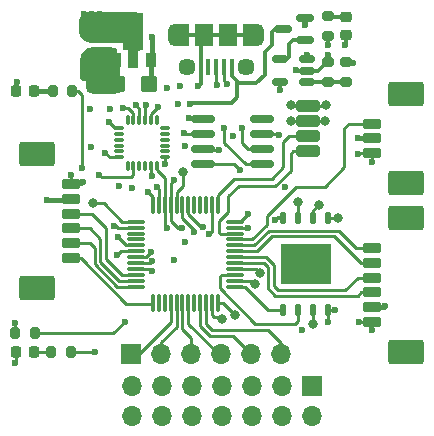
<source format=gbr>
%TF.GenerationSoftware,KiCad,Pcbnew,(6.0.0)*%
%TF.CreationDate,2022-05-23T22:47:49+07:00*%
%TF.ProjectId,MINI-FC,4d494e49-2d46-4432-9e6b-696361645f70,rev?*%
%TF.SameCoordinates,Original*%
%TF.FileFunction,Copper,L1,Top*%
%TF.FilePolarity,Positive*%
%FSLAX46Y46*%
G04 Gerber Fmt 4.6, Leading zero omitted, Abs format (unit mm)*
G04 Created by KiCad (PCBNEW (6.0.0)) date 2022-05-23 22:47:49*
%MOMM*%
%LPD*%
G01*
G04 APERTURE LIST*
G04 Aperture macros list*
%AMRoundRect*
0 Rectangle with rounded corners*
0 $1 Rounding radius*
0 $2 $3 $4 $5 $6 $7 $8 $9 X,Y pos of 4 corners*
0 Add a 4 corners polygon primitive as box body*
4,1,4,$2,$3,$4,$5,$6,$7,$8,$9,$2,$3,0*
0 Add four circle primitives for the rounded corners*
1,1,$1+$1,$2,$3*
1,1,$1+$1,$4,$5*
1,1,$1+$1,$6,$7*
1,1,$1+$1,$8,$9*
0 Add four rect primitives between the rounded corners*
20,1,$1+$1,$2,$3,$4,$5,0*
20,1,$1+$1,$4,$5,$6,$7,0*
20,1,$1+$1,$6,$7,$8,$9,0*
20,1,$1+$1,$8,$9,$2,$3,0*%
%AMFreePoly0*
4,1,9,3.862500,-0.866500,0.737500,-0.866500,0.737500,-0.450000,-0.737500,-0.450000,-0.737500,0.450000,0.737500,0.450000,0.737500,0.866500,3.862500,0.866500,3.862500,-0.866500,3.862500,-0.866500,$1*%
G04 Aperture macros list end*
%TA.AperFunction,SMDPad,CuDef*%
%ADD10RoundRect,0.150000X0.825000X0.150000X-0.825000X0.150000X-0.825000X-0.150000X0.825000X-0.150000X0*%
%TD*%
%TA.AperFunction,SMDPad,CuDef*%
%ADD11RoundRect,0.200000X0.275000X-0.200000X0.275000X0.200000X-0.275000X0.200000X-0.275000X-0.200000X0*%
%TD*%
%TA.AperFunction,SMDPad,CuDef*%
%ADD12RoundRect,0.200000X0.200000X0.275000X-0.200000X0.275000X-0.200000X-0.275000X0.200000X-0.275000X0*%
%TD*%
%TA.AperFunction,ComponentPad*%
%ADD13R,1.700000X1.700000*%
%TD*%
%TA.AperFunction,ComponentPad*%
%ADD14O,1.700000X1.700000*%
%TD*%
%TA.AperFunction,SMDPad,CuDef*%
%ADD15RoundRect,0.250000X0.450000X0.425000X-0.450000X0.425000X-0.450000X-0.425000X0.450000X-0.425000X0*%
%TD*%
%TA.AperFunction,SMDPad,CuDef*%
%ADD16RoundRect,0.200000X-0.275000X0.200000X-0.275000X-0.200000X0.275000X-0.200000X0.275000X0.200000X0*%
%TD*%
%TA.AperFunction,SMDPad,CuDef*%
%ADD17RoundRect,0.066000X0.154000X-0.404000X0.154000X0.404000X-0.154000X0.404000X-0.154000X-0.404000X0*%
%TD*%
%TA.AperFunction,SMDPad,CuDef*%
%ADD18R,4.300000X3.400000*%
%TD*%
%TA.AperFunction,SMDPad,CuDef*%
%ADD19RoundRect,0.075000X-0.662500X-0.075000X0.662500X-0.075000X0.662500X0.075000X-0.662500X0.075000X0*%
%TD*%
%TA.AperFunction,SMDPad,CuDef*%
%ADD20RoundRect,0.075000X-0.075000X-0.662500X0.075000X-0.662500X0.075000X0.662500X-0.075000X0.662500X0*%
%TD*%
%TA.AperFunction,SMDPad,CuDef*%
%ADD21RoundRect,0.250000X-0.750000X-0.250000X0.750000X-0.250000X0.750000X0.250000X-0.750000X0.250000X0*%
%TD*%
%TA.AperFunction,SMDPad,CuDef*%
%ADD22R,0.900000X1.300000*%
%TD*%
%TA.AperFunction,SMDPad,CuDef*%
%ADD23FreePoly0,90.000000*%
%TD*%
%TA.AperFunction,SMDPad,CuDef*%
%ADD24RoundRect,0.075000X0.350000X0.075000X-0.350000X0.075000X-0.350000X-0.075000X0.350000X-0.075000X0*%
%TD*%
%TA.AperFunction,SMDPad,CuDef*%
%ADD25RoundRect,0.075000X-0.075000X0.350000X-0.075000X-0.350000X0.075000X-0.350000X0.075000X0.350000X0*%
%TD*%
%TA.AperFunction,SMDPad,CuDef*%
%ADD26RoundRect,0.150000X0.587500X0.150000X-0.587500X0.150000X-0.587500X-0.150000X0.587500X-0.150000X0*%
%TD*%
%TA.AperFunction,SMDPad,CuDef*%
%ADD27RoundRect,0.200000X0.600000X-0.200000X0.600000X0.200000X-0.600000X0.200000X-0.600000X-0.200000X0*%
%TD*%
%TA.AperFunction,SMDPad,CuDef*%
%ADD28RoundRect,0.250001X1.249999X-0.799999X1.249999X0.799999X-1.249999X0.799999X-1.249999X-0.799999X0*%
%TD*%
%TA.AperFunction,SMDPad,CuDef*%
%ADD29RoundRect,0.218750X0.256250X-0.218750X0.256250X0.218750X-0.256250X0.218750X-0.256250X-0.218750X0*%
%TD*%
%TA.AperFunction,SMDPad,CuDef*%
%ADD30RoundRect,0.150000X0.512500X0.150000X-0.512500X0.150000X-0.512500X-0.150000X0.512500X-0.150000X0*%
%TD*%
%TA.AperFunction,SMDPad,CuDef*%
%ADD31RoundRect,0.218750X-0.218750X-0.256250X0.218750X-0.256250X0.218750X0.256250X-0.218750X0.256250X0*%
%TD*%
%TA.AperFunction,SMDPad,CuDef*%
%ADD32RoundRect,0.200000X-0.200000X-0.275000X0.200000X-0.275000X0.200000X0.275000X-0.200000X0.275000X0*%
%TD*%
%TA.AperFunction,SMDPad,CuDef*%
%ADD33RoundRect,0.200000X-0.600000X0.200000X-0.600000X-0.200000X0.600000X-0.200000X0.600000X0.200000X0*%
%TD*%
%TA.AperFunction,SMDPad,CuDef*%
%ADD34RoundRect,0.250001X-1.249999X0.799999X-1.249999X-0.799999X1.249999X-0.799999X1.249999X0.799999X0*%
%TD*%
%TA.AperFunction,SMDPad,CuDef*%
%ADD35RoundRect,0.250000X-0.425000X0.450000X-0.425000X-0.450000X0.425000X-0.450000X0.425000X0.450000X0*%
%TD*%
%TA.AperFunction,SMDPad,CuDef*%
%ADD36R,0.400000X1.350000*%
%TD*%
%TA.AperFunction,ComponentPad*%
%ADD37C,1.450000*%
%TD*%
%TA.AperFunction,SMDPad,CuDef*%
%ADD38R,1.500000X1.900000*%
%TD*%
%TA.AperFunction,SMDPad,CuDef*%
%ADD39R,1.200000X1.900000*%
%TD*%
%TA.AperFunction,ComponentPad*%
%ADD40O,1.200000X1.900000*%
%TD*%
%TA.AperFunction,ViaPad*%
%ADD41C,0.800000*%
%TD*%
%TA.AperFunction,ViaPad*%
%ADD42C,0.600000*%
%TD*%
%TA.AperFunction,Conductor*%
%ADD43C,0.250000*%
%TD*%
%TA.AperFunction,Conductor*%
%ADD44C,0.300000*%
%TD*%
%TA.AperFunction,Conductor*%
%ADD45C,0.400000*%
%TD*%
G04 APERTURE END LIST*
D10*
%TO.P,U4,1,UD+*%
%TO.N,Net-(R12-Pad2)*%
X121675000Y-73405000D03*
%TO.P,U4,2,UD-*%
%TO.N,Net-(R13-Pad1)*%
X121675000Y-72135000D03*
%TO.P,U4,3,GND*%
%TO.N,GND*%
X121675000Y-70865000D03*
%TO.P,U4,4,~{RTS}*%
%TO.N,unconnected-(U4-Pad4)*%
X121675000Y-69595000D03*
%TO.P,U4,5,VCC*%
%TO.N,VUSB*%
X116725000Y-69595000D03*
%TO.P,U4,6,TXD*%
%TO.N,Net-(R14-Pad1)*%
X116725000Y-70865000D03*
%TO.P,U4,7,RXD*%
%TO.N,Net-(R15-Pad2)*%
X116725000Y-72135000D03*
%TO.P,U4,8,V3*%
%TO.N,Net-(C15-Pad2)*%
X116725000Y-73405000D03*
%TD*%
D11*
%TO.P,R4,1*%
%TO.N,+3V3*%
X127300000Y-62525000D03*
%TO.P,R4,2*%
%TO.N,Net-(D1-Pad2)*%
X127300000Y-60875000D03*
%TD*%
D12*
%TO.P,R5,1*%
%TO.N,LED_PC13*%
X105600000Y-67200000D03*
%TO.P,R5,2*%
%TO.N,Net-(D2-Pad2)*%
X103950000Y-67200000D03*
%TD*%
D13*
%TO.P,PWR1,1,Pin_1*%
%TO.N,+5V*%
X125875000Y-92125000D03*
D14*
%TO.P,PWR1,2,Pin_2*%
%TO.N,GND*%
X125875000Y-94665000D03*
%TO.P,PWR1,3,Pin_3*%
%TO.N,+5V*%
X123335000Y-92125000D03*
%TO.P,PWR1,4,Pin_4*%
%TO.N,GND*%
X123335000Y-94665000D03*
%TO.P,PWR1,5,Pin_5*%
%TO.N,+5V*%
X120795000Y-92125000D03*
%TO.P,PWR1,6,Pin_6*%
%TO.N,GND*%
X120795000Y-94665000D03*
%TO.P,PWR1,7,Pin_7*%
%TO.N,+5V*%
X118255000Y-92125000D03*
%TO.P,PWR1,8,Pin_8*%
%TO.N,GND*%
X118255000Y-94665000D03*
%TO.P,PWR1,9,Pin_9*%
%TO.N,+5V*%
X115715000Y-92125000D03*
%TO.P,PWR1,10,Pin_10*%
%TO.N,GND*%
X115715000Y-94665000D03*
%TO.P,PWR1,11,Pin_11*%
%TO.N,+5V*%
X113175000Y-92125000D03*
%TO.P,PWR1,12,Pin_12*%
%TO.N,GND*%
X113175000Y-94665000D03*
%TO.P,PWR1,13,Pin_13*%
%TO.N,+5V*%
X110635000Y-92125000D03*
%TO.P,PWR1,14,Pin_14*%
%TO.N,GND*%
X110635000Y-94665000D03*
%TD*%
D15*
%TO.P,C16,1*%
%TO.N,+5V*%
X112100000Y-66600000D03*
%TO.P,C16,2*%
%TO.N,GND*%
X109400000Y-66600000D03*
%TD*%
D16*
%TO.P,R16,1*%
%TO.N,+5V*%
X128762500Y-64750000D03*
%TO.P,R16,2*%
%TO.N,Net-(R16-Pad2)*%
X128762500Y-66400000D03*
%TD*%
D17*
%TO.P,U2,1,~{CS}*%
%TO.N,SPI2_CS*%
X123495000Y-85695000D03*
%TO.P,U2,2,DO(IO1)*%
%TO.N,SPI2_MISO*%
X124765000Y-85695000D03*
%TO.P,U2,3,IO2*%
%TO.N,Net-(R8-Pad2)*%
X126035000Y-85695000D03*
%TO.P,U2,4,GND*%
%TO.N,GND*%
X127305000Y-85695000D03*
%TO.P,U2,5,DI(IO0)*%
%TO.N,SPI2_MOSI*%
X127305000Y-77905000D03*
%TO.P,U2,6,CLK*%
%TO.N,SPI2_SCK*%
X126035000Y-77905000D03*
%TO.P,U2,7,IO3*%
%TO.N,Net-(R7-Pad2)*%
X124765000Y-77905000D03*
%TO.P,U2,8,VCC*%
%TO.N,+3V3*%
X123495000Y-77905000D03*
D18*
%TO.P,U2,9,EXP*%
%TO.N,GND*%
X125400000Y-81800000D03*
%TD*%
D19*
%TO.P,U1,1,VBAT*%
%TO.N,+3V3*%
X111037500Y-78250000D03*
%TO.P,U1,2,PC13*%
%TO.N,LED_PC13*%
X111037500Y-78750000D03*
%TO.P,U1,3,PC14*%
%TO.N,unconnected-(U1-Pad3)*%
X111037500Y-79250000D03*
%TO.P,U1,4,PC15*%
%TO.N,unconnected-(U1-Pad4)*%
X111037500Y-79750000D03*
%TO.P,U1,5,PD0*%
%TO.N,HSE_IN*%
X111037500Y-80250000D03*
%TO.P,U1,6,PD1*%
%TO.N,HSE_OUT*%
X111037500Y-80750000D03*
%TO.P,U1,7,NRST*%
%TO.N,NRST*%
X111037500Y-81250000D03*
%TO.P,U1,8,VSSA*%
%TO.N,GND*%
X111037500Y-81750000D03*
%TO.P,U1,9,VDDA*%
%TO.N,+3V3*%
X111037500Y-82250000D03*
%TO.P,U1,10,PA0*%
%TO.N,RC1*%
X111037500Y-82750000D03*
%TO.P,U1,11,PA1*%
%TO.N,RC2*%
X111037500Y-83250000D03*
%TO.P,U1,12,PA2*%
%TO.N,RC3_UART2_TX*%
X111037500Y-83750000D03*
D20*
%TO.P,U1,13,PA3*%
%TO.N,RC4_UART2_RX*%
X112450000Y-85162500D03*
%TO.P,U1,14,PA4*%
%TO.N,unconnected-(U1-Pad14)*%
X112950000Y-85162500D03*
%TO.P,U1,15,PA5*%
%TO.N,unconnected-(U1-Pad15)*%
X113450000Y-85162500D03*
%TO.P,U1,16,PA6*%
%TO.N,PWM1*%
X113950000Y-85162500D03*
%TO.P,U1,17,PA7*%
%TO.N,PWM2*%
X114450000Y-85162500D03*
%TO.P,U1,18,PB0*%
%TO.N,PWM3*%
X114950000Y-85162500D03*
%TO.P,U1,19,PB1*%
%TO.N,PWM4*%
X115450000Y-85162500D03*
%TO.P,U1,20,PB2*%
%TO.N,unconnected-(U1-Pad20)*%
X115950000Y-85162500D03*
%TO.P,U1,21,PB10*%
%TO.N,PWM5*%
X116450000Y-85162500D03*
%TO.P,U1,22,PB11*%
%TO.N,PWM6*%
X116950000Y-85162500D03*
%TO.P,U1,23,VSS*%
%TO.N,GND*%
X117450000Y-85162500D03*
%TO.P,U1,24,VDD*%
%TO.N,+3V3*%
X117950000Y-85162500D03*
D19*
%TO.P,U1,25,PB12*%
%TO.N,SPI2_CS*%
X119362500Y-83750000D03*
%TO.P,U1,26,PB13*%
%TO.N,SPI2_SCK*%
X119362500Y-83250000D03*
%TO.P,U1,27,PB14*%
%TO.N,SPI2_MISO*%
X119362500Y-82750000D03*
%TO.P,U1,28,PB15*%
%TO.N,SPI2_MOSI*%
X119362500Y-82250000D03*
%TO.P,U1,29,PA8*%
%TO.N,RC8*%
X119362500Y-81750000D03*
%TO.P,U1,30,PA9*%
%TO.N,RC7*%
X119362500Y-81250000D03*
%TO.P,U1,31,PA10*%
%TO.N,RC6*%
X119362500Y-80750000D03*
%TO.P,U1,32,PA11*%
%TO.N,RC5*%
X119362500Y-80250000D03*
%TO.P,U1,33,PA12*%
%TO.N,PPM*%
X119362500Y-79750000D03*
%TO.P,U1,34,PA13*%
%TO.N,SWDIO*%
X119362500Y-79250000D03*
%TO.P,U1,35,VSS*%
%TO.N,GND*%
X119362500Y-78750000D03*
%TO.P,U1,36,VDD*%
%TO.N,+3V3*%
X119362500Y-78250000D03*
D20*
%TO.P,U1,37,PA14*%
%TO.N,SWCLK*%
X117950000Y-76837500D03*
%TO.P,U1,38,PA15*%
%TO.N,LED_STATUS*%
X117450000Y-76837500D03*
%TO.P,U1,39,PB3*%
%TO.N,unconnected-(U1-Pad39)*%
X116950000Y-76837500D03*
%TO.P,U1,40,PB4*%
%TO.N,unconnected-(U1-Pad40)*%
X116450000Y-76837500D03*
%TO.P,U1,41,PB5*%
%TO.N,unconnected-(U1-Pad41)*%
X115950000Y-76837500D03*
%TO.P,U1,42,PB6*%
%TO.N,UART1_TX*%
X115450000Y-76837500D03*
%TO.P,U1,43,PB7*%
%TO.N,UART1_RX*%
X114950000Y-76837500D03*
%TO.P,U1,44,BOOT0*%
%TO.N,BOOT*%
X114450000Y-76837500D03*
%TO.P,U1,45,PB8*%
%TO.N,I2C1_SLC*%
X113950000Y-76837500D03*
%TO.P,U1,46,PB9*%
%TO.N,I2C1_SDA*%
X113450000Y-76837500D03*
%TO.P,U1,47,VSS*%
%TO.N,GND*%
X112950000Y-76837500D03*
%TO.P,U1,48,VDD*%
%TO.N,+3V3*%
X112450000Y-76837500D03*
%TD*%
D21*
%TO.P,J2,1,Pin_1*%
%TO.N,GND*%
X125600000Y-68460000D03*
%TO.P,J2,2,Pin_2*%
%TO.N,+3V3*%
X125600000Y-69730000D03*
%TO.P,J2,3,Pin_3*%
%TO.N,SWCLK*%
X125600000Y-71000000D03*
%TO.P,J2,4,Pin_4*%
%TO.N,SWDIO*%
X125600000Y-72270000D03*
%TD*%
D22*
%TO.P,U5,1,GND*%
%TO.N,GND*%
X109300000Y-64600000D03*
D23*
%TO.P,U5,2,VO*%
%TO.N,+3V3*%
X110800000Y-64512500D03*
D22*
%TO.P,U5,3,VI*%
%TO.N,+5V*%
X112300000Y-64600000D03*
%TD*%
D24*
%TO.P,U3,1,CLKIN*%
%TO.N,GND*%
X113500000Y-72800000D03*
%TO.P,U3,2*%
%TO.N,N/C*%
X113500000Y-72300000D03*
%TO.P,U3,3*%
X113500000Y-71800000D03*
%TO.P,U3,4*%
X113500000Y-71300000D03*
%TO.P,U3,5*%
X113500000Y-70800000D03*
%TO.P,U3,6,AUX_SDA*%
%TO.N,unconnected-(U3-Pad6)*%
X113500000Y-70300000D03*
D25*
%TO.P,U3,7,AUX_SCL*%
%TO.N,unconnected-(U3-Pad7)*%
X112800000Y-69600000D03*
%TO.P,U3,8,VDDIO*%
%TO.N,+3V3*%
X112300000Y-69600000D03*
%TO.P,U3,9,AD0*%
%TO.N,Net-(R11-Pad1)*%
X111800000Y-69600000D03*
%TO.P,U3,10,REGOUT*%
%TO.N,Net-(C11-Pad2)*%
X111300000Y-69600000D03*
%TO.P,U3,11,FSYNC*%
%TO.N,GND*%
X110800000Y-69600000D03*
%TO.P,U3,12,INT*%
%TO.N,unconnected-(U3-Pad12)*%
X110300000Y-69600000D03*
D24*
%TO.P,U3,13,VDD*%
%TO.N,+3V3*%
X109600000Y-70300000D03*
%TO.P,U3,14*%
%TO.N,N/C*%
X109600000Y-70800000D03*
%TO.P,U3,15*%
X109600000Y-71300000D03*
%TO.P,U3,16*%
X109600000Y-71800000D03*
%TO.P,U3,17*%
X109600000Y-72300000D03*
%TO.P,U3,18,GND*%
%TO.N,GND*%
X109600000Y-72800000D03*
D25*
%TO.P,U3,19*%
%TO.N,N/C*%
X110300000Y-73500000D03*
%TO.P,U3,20,CPOUT*%
%TO.N,Net-(C13-Pad2)*%
X110800000Y-73500000D03*
%TO.P,U3,21*%
%TO.N,N/C*%
X111300000Y-73500000D03*
%TO.P,U3,22*%
X111800000Y-73500000D03*
%TO.P,U3,23,SCL*%
%TO.N,I2C1_SLC*%
X112300000Y-73500000D03*
%TO.P,U3,24,SDA*%
%TO.N,I2C1_SDA*%
X112800000Y-73500000D03*
%TD*%
D26*
%TO.P,Q1,1,G*%
%TO.N,Net-(Q1-Pad1)*%
X125300000Y-62900000D03*
%TO.P,Q1,2,S*%
%TO.N,+5V*%
X125300000Y-61000000D03*
%TO.P,Q1,3,D*%
%TO.N,VUSB*%
X123425000Y-61950000D03*
%TD*%
D27*
%TO.P,RCIN2,1,Pin_1*%
%TO.N,GND*%
X131000000Y-86725000D03*
%TO.P,RCIN2,2,Pin_2*%
%TO.N,+5V*%
X131000000Y-85475000D03*
%TO.P,RCIN2,3,Pin_3*%
%TO.N,RC8*%
X131000000Y-84225000D03*
%TO.P,RCIN2,4,Pin_4*%
%TO.N,RC7*%
X131000000Y-82975000D03*
%TO.P,RCIN2,5,Pin_5*%
%TO.N,RC6*%
X131000000Y-81725000D03*
%TO.P,RCIN2,6,Pin_6*%
%TO.N,RC5*%
X131000000Y-80475000D03*
D28*
%TO.P,RCIN2,MP*%
%TO.N,N/C*%
X133900000Y-77925000D03*
X133900000Y-89275000D03*
%TD*%
D27*
%TO.P,PPM1,1,Pin_1*%
%TO.N,GND*%
X131000000Y-72450000D03*
%TO.P,PPM1,2,Pin_2*%
%TO.N,+5V*%
X131000000Y-71200000D03*
%TO.P,PPM1,3,Pin_3*%
%TO.N,PPM*%
X131000000Y-69950000D03*
D28*
%TO.P,PPM1,MP*%
%TO.N,N/C*%
X133900000Y-75000000D03*
X133900000Y-67400000D03*
%TD*%
D29*
%TO.P,D1,1,K*%
%TO.N,GND*%
X128800000Y-62475000D03*
%TO.P,D1,2,A*%
%TO.N,Net-(D1-Pad2)*%
X128800000Y-60900000D03*
%TD*%
D12*
%TO.P,R6,1*%
%TO.N,LED_STATUS*%
X105500000Y-89300000D03*
%TO.P,R6,2*%
%TO.N,Net-(D3-Pad2)*%
X103850000Y-89300000D03*
%TD*%
D30*
%TO.P,U6,1,+*%
%TO.N,Net-(R16-Pad2)*%
X125500000Y-66400000D03*
%TO.P,U6,2,V-*%
%TO.N,GND*%
X125500000Y-65450000D03*
%TO.P,U6,3,-*%
%TO.N,+3V3*%
X125500000Y-64500000D03*
%TO.P,U6,4*%
%TO.N,Net-(Q1-Pad1)*%
X123225000Y-64500000D03*
%TO.P,U6,5,V+*%
%TO.N,+3V3*%
X123225000Y-66400000D03*
%TD*%
D31*
%TO.P,D3,1,K*%
%TO.N,GND*%
X100812500Y-89300000D03*
%TO.P,D3,2,A*%
%TO.N,Net-(D3-Pad2)*%
X102387500Y-89300000D03*
%TD*%
D32*
%TO.P,R1,1*%
%TO.N,+3V3*%
X100800000Y-87700000D03*
%TO.P,R1,2*%
%TO.N,NRST*%
X102450000Y-87700000D03*
%TD*%
D33*
%TO.P,RCIN1,1,Pin_1*%
%TO.N,GND*%
X105500000Y-75075000D03*
%TO.P,RCIN1,2,Pin_2*%
%TO.N,+5V*%
X105500000Y-76325000D03*
%TO.P,RCIN1,3,Pin_3*%
%TO.N,RC1*%
X105500000Y-77575000D03*
%TO.P,RCIN1,4,Pin_4*%
%TO.N,RC2*%
X105500000Y-78825000D03*
%TO.P,RCIN1,5,Pin_5*%
%TO.N,RC3_UART2_TX*%
X105500000Y-80075000D03*
%TO.P,RCIN1,6,Pin_6*%
%TO.N,RC4_UART2_RX*%
X105500000Y-81325000D03*
D34*
%TO.P,RCIN1,MP*%
%TO.N,N/C*%
X102600000Y-83875000D03*
X102600000Y-72525000D03*
%TD*%
D13*
%TO.P,PWM_SIG1,1,Pin_1*%
%TO.N,PWM1*%
X110600000Y-89450000D03*
D14*
%TO.P,PWM_SIG1,2,Pin_2*%
%TO.N,PWM2*%
X113140000Y-89450000D03*
%TO.P,PWM_SIG1,3,Pin_3*%
%TO.N,PWM3*%
X115680000Y-89450000D03*
%TO.P,PWM_SIG1,4,Pin_4*%
%TO.N,PWM4*%
X118220000Y-89450000D03*
%TO.P,PWM_SIG1,5,Pin_5*%
%TO.N,PWM5*%
X120760000Y-89450000D03*
%TO.P,PWM_SIG1,6,Pin_6*%
%TO.N,PWM6*%
X123300000Y-89450000D03*
%TD*%
D31*
%TO.P,D2,1,K*%
%TO.N,GND*%
X100812500Y-67200000D03*
%TO.P,D2,2,A*%
%TO.N,Net-(D2-Pad2)*%
X102387500Y-67200000D03*
%TD*%
D35*
%TO.P,C17,1*%
%TO.N,+3V3*%
X107200000Y-61800000D03*
%TO.P,C17,2*%
%TO.N,GND*%
X107200000Y-64500000D03*
%TD*%
D11*
%TO.P,R17,1*%
%TO.N,Net-(R16-Pad2)*%
X127262500Y-66400000D03*
%TO.P,R17,2*%
%TO.N,GND*%
X127262500Y-64750000D03*
%TD*%
D36*
%TO.P,J1,1,VBUS*%
%TO.N,VUSB*%
X119100000Y-65162500D03*
%TO.P,J1,2,D-*%
%TO.N,Net-(J1-Pad2)*%
X118450000Y-65162500D03*
%TO.P,J1,3,D+*%
%TO.N,Net-(J1-Pad3)*%
X117800000Y-65162500D03*
%TO.P,J1,4,ID*%
%TO.N,unconnected-(J1-Pad4)*%
X117150000Y-65162500D03*
%TO.P,J1,5,GND*%
%TO.N,GND*%
X116500000Y-65162500D03*
D37*
%TO.P,J1,6,Shield*%
X120300000Y-65162500D03*
X115300000Y-65162500D03*
D38*
X116800000Y-62462500D03*
D39*
X114900000Y-62462500D03*
X120700000Y-62462500D03*
D40*
X114300000Y-62462500D03*
D38*
X118800000Y-62462500D03*
D40*
X121300000Y-62462500D03*
%TD*%
D41*
%TO.N,+3V3*%
X119363261Y-86187859D03*
D42*
X115200000Y-80000000D03*
X106600000Y-60700000D03*
X108700000Y-69800000D03*
X112400000Y-82400000D03*
X107300000Y-60700000D03*
X123600000Y-75300000D03*
D41*
X124100000Y-69700000D03*
D42*
X123200000Y-67100000D03*
D41*
X127000000Y-69700000D03*
D42*
X113600000Y-66900000D03*
D41*
X107400000Y-76700000D03*
D42*
X120491219Y-77600000D03*
X112900000Y-68500000D03*
X122800000Y-78100000D03*
X125500000Y-64100000D03*
X125100000Y-87400000D03*
X127300000Y-63300000D03*
X108000000Y-60700000D03*
X100800000Y-86800000D03*
X112000000Y-75728254D03*
%TO.N,GND*%
X127300000Y-64100000D03*
X129900000Y-86700000D03*
X128700000Y-63300000D03*
D41*
X127100000Y-68400000D03*
D42*
X107100000Y-67000000D03*
X120500000Y-78800000D03*
X127900000Y-85700000D03*
X115200000Y-71800000D03*
X106800000Y-65900000D03*
X124600000Y-65400000D03*
X131000000Y-87400000D03*
X105500000Y-74300000D03*
X129800000Y-72500000D03*
X119200000Y-71000000D03*
D41*
X118300000Y-86500000D03*
D42*
X125400000Y-80500000D03*
X108400000Y-72400000D03*
D41*
X124100000Y-68400000D03*
D42*
X116300000Y-66800000D03*
X100800000Y-90200000D03*
X123100000Y-70900000D03*
X106500000Y-74900000D03*
X109600000Y-75200000D03*
X108000000Y-67000000D03*
X112800000Y-75324500D03*
X114700000Y-66800000D03*
X114600000Y-68300000D03*
X108800000Y-68700000D03*
X107800000Y-65900000D03*
X114200000Y-81500000D03*
X110700000Y-75400000D03*
X131000000Y-73200000D03*
X109900000Y-68600000D03*
X127300000Y-86700000D03*
X112400000Y-81600000D03*
X107200000Y-71900000D03*
X107100000Y-68700000D03*
X113500000Y-73400000D03*
X100900000Y-66400000D03*
%TO.N,HSE_IN*%
X109519853Y-79585844D03*
%TO.N,Net-(C11-Pad2)*%
X111000000Y-68400000D03*
%TO.N,Net-(C13-Pad2)*%
X107900000Y-74300000D03*
%TO.N,VUSB*%
X115600000Y-68300000D03*
X115500000Y-69500000D03*
%TO.N,Net-(C15-Pad2)*%
X119800000Y-73900000D03*
%TO.N,+5V*%
X103500000Y-76400000D03*
X125300000Y-61600000D03*
X129800000Y-71200000D03*
X112400000Y-62600000D03*
X132100000Y-85400000D03*
X129400000Y-64800000D03*
%TO.N,Net-(J1-Pad2)*%
X118700000Y-66600000D03*
%TO.N,Net-(J1-Pad3)*%
X117900000Y-66700000D03*
%TO.N,NRST*%
X112300000Y-80800000D03*
X110100000Y-86700000D03*
D41*
%TO.N,BOOT*%
X114958879Y-74049532D03*
D42*
%TO.N,HSE_OUT*%
X109400000Y-81100000D03*
%TO.N,LED_PC13*%
X109108411Y-78591589D03*
X106400000Y-73700000D03*
%TO.N,LED_STATUS*%
X117221075Y-79326593D03*
X107500000Y-89300000D03*
D41*
%TO.N,Net-(R7-Pad2)*%
X124700000Y-76600000D03*
%TO.N,Net-(R8-Pad2)*%
X126000000Y-86900000D03*
D42*
%TO.N,I2C1_SDA*%
X113668595Y-78823928D03*
%TO.N,I2C1_SLC*%
X114900000Y-78800000D03*
X112360746Y-74343923D03*
X114200000Y-74700000D03*
%TO.N,Net-(R11-Pad1)*%
X111900000Y-68400000D03*
%TO.N,Net-(R12-Pad2)*%
X118500000Y-70300000D03*
%TO.N,Net-(R13-Pad1)*%
X120000000Y-70300000D03*
%TO.N,Net-(R14-Pad1)*%
X115100000Y-70700000D03*
%TO.N,UART1_RX*%
X115900000Y-79100000D03*
%TO.N,UART1_TX*%
X116724500Y-78700000D03*
%TO.N,Net-(R15-Pad2)*%
X118000000Y-72200000D03*
D41*
%TO.N,SPI2_SCK*%
X126500000Y-76800000D03*
X121100000Y-83500000D03*
%TO.N,SPI2_MOSI*%
X121475500Y-82573716D03*
X128100000Y-77900000D03*
%TD*%
D43*
%TO.N,+3V3*%
X109850000Y-78250000D02*
X111037500Y-78250000D01*
X109600000Y-70300000D02*
X109200000Y-70300000D01*
X118337902Y-85162500D02*
X119363261Y-86187859D01*
D44*
X123225000Y-67075000D02*
X123200000Y-67100000D01*
D43*
X127000000Y-69700000D02*
X126970000Y-69730000D01*
X100800000Y-87700000D02*
X100800000Y-86800000D01*
D44*
X125500000Y-64500000D02*
X125500000Y-64100000D01*
D43*
X109200000Y-70300000D02*
X108700000Y-69800000D01*
X125600000Y-69730000D02*
X124130000Y-69730000D01*
X112250000Y-82250000D02*
X111037500Y-82250000D01*
X126970000Y-69730000D02*
X125600000Y-69730000D01*
X112300000Y-69100000D02*
X112900000Y-68500000D01*
X120491219Y-77600000D02*
X119841219Y-78250000D01*
D44*
X127300000Y-62525000D02*
X127300000Y-63300000D01*
X122995000Y-77905000D02*
X122800000Y-78100000D01*
D43*
X112300000Y-69600000D02*
X112300000Y-69100000D01*
D44*
X123225000Y-66400000D02*
X123225000Y-67075000D01*
D43*
X108300000Y-76700000D02*
X109850000Y-78250000D01*
X112450000Y-76178254D02*
X112450000Y-76837500D01*
X117950000Y-85162500D02*
X118337902Y-85162500D01*
X107400000Y-76700000D02*
X108300000Y-76700000D01*
X112000000Y-75728254D02*
X112450000Y-76178254D01*
X124130000Y-69730000D02*
X124100000Y-69700000D01*
D44*
X123495000Y-77905000D02*
X122995000Y-77905000D01*
D43*
X112400000Y-82400000D02*
X112250000Y-82250000D01*
X119841219Y-78250000D02*
X119362500Y-78250000D01*
%TO.N,GND*%
X110316807Y-68600000D02*
X109900000Y-68600000D01*
X105500000Y-75075000D02*
X105500000Y-74300000D01*
X105500000Y-75075000D02*
X106325000Y-75075000D01*
D44*
X125400000Y-81800000D02*
X125400000Y-80500000D01*
D43*
X121675000Y-70865000D02*
X123065000Y-70865000D01*
X127305000Y-86695000D02*
X127300000Y-86700000D01*
X110800000Y-69600000D02*
X110800000Y-69083193D01*
X120500000Y-78800000D02*
X120450000Y-78750000D01*
D44*
X128800000Y-62475000D02*
X128800000Y-63200000D01*
X126450000Y-65450000D02*
X127150000Y-64750000D01*
D43*
X118300000Y-86500000D02*
X118100000Y-86300000D01*
X123065000Y-70865000D02*
X123100000Y-70900000D01*
X131000000Y-72450000D02*
X131000000Y-73200000D01*
X117450000Y-86150000D02*
X117450000Y-85162500D01*
X129800000Y-72500000D02*
X129850000Y-72450000D01*
X100812500Y-90187500D02*
X100800000Y-90200000D01*
X117600000Y-86300000D02*
X117450000Y-86150000D01*
D44*
X127262500Y-64750000D02*
X127262500Y-64137500D01*
X116500000Y-65162500D02*
X116500000Y-66600000D01*
X125500000Y-65450000D02*
X124650000Y-65450000D01*
D43*
X125600000Y-68460000D02*
X127040000Y-68460000D01*
X110800000Y-69083193D02*
X110316807Y-68600000D01*
D44*
X127150000Y-64750000D02*
X127262500Y-64750000D01*
D43*
X125600000Y-68460000D02*
X124160000Y-68460000D01*
X113500000Y-73400000D02*
X113500000Y-72800000D01*
D44*
X125500000Y-65450000D02*
X126450000Y-65450000D01*
D43*
X112800000Y-75324500D02*
X112950000Y-75474500D01*
X112250000Y-81750000D02*
X112400000Y-81600000D01*
D44*
X116500000Y-66600000D02*
X116300000Y-66800000D01*
X127262500Y-64137500D02*
X127300000Y-64100000D01*
D43*
X129850000Y-72450000D02*
X131000000Y-72450000D01*
D45*
X100812500Y-66487500D02*
X100900000Y-66400000D01*
D43*
X127040000Y-68460000D02*
X127100000Y-68400000D01*
X109600000Y-72800000D02*
X108800000Y-72800000D01*
D44*
X128800000Y-63200000D02*
X128700000Y-63300000D01*
X116500000Y-65162500D02*
X116500000Y-62762500D01*
D43*
X127305000Y-85695000D02*
X127895000Y-85695000D01*
X124160000Y-68460000D02*
X124100000Y-68400000D01*
X131000000Y-86725000D02*
X131000000Y-87400000D01*
X120450000Y-78750000D02*
X119362500Y-78750000D01*
X100812500Y-89300000D02*
X100812500Y-90187500D01*
X129925000Y-86725000D02*
X129900000Y-86700000D01*
D45*
X100812500Y-67200000D02*
X100812500Y-66487500D01*
D43*
X106325000Y-75075000D02*
X106500000Y-74900000D01*
X127895000Y-85695000D02*
X127900000Y-85700000D01*
D44*
X120700000Y-62462500D02*
X114900000Y-62462500D01*
X116500000Y-62762500D02*
X116800000Y-62462500D01*
D43*
X108800000Y-72800000D02*
X108400000Y-72400000D01*
X131000000Y-86725000D02*
X129925000Y-86725000D01*
X112950000Y-75474500D02*
X112950000Y-76837500D01*
X111037500Y-81750000D02*
X112250000Y-81750000D01*
X127305000Y-85695000D02*
X127305000Y-86695000D01*
D44*
X124650000Y-65450000D02*
X124600000Y-65400000D01*
D43*
X118100000Y-86300000D02*
X117600000Y-86300000D01*
%TO.N,HSE_IN*%
X110184009Y-80250000D02*
X111037500Y-80250000D01*
X109519853Y-79585844D02*
X110184009Y-80250000D01*
%TO.N,Net-(C11-Pad2)*%
X111000000Y-68400000D02*
X111300000Y-68700000D01*
X111300000Y-68700000D02*
X111300000Y-69600000D01*
%TO.N,Net-(C13-Pad2)*%
X110600000Y-74500000D02*
X110800000Y-74300000D01*
X107900000Y-74300000D02*
X108100000Y-74500000D01*
X108100000Y-74500000D02*
X110600000Y-74500000D01*
X110800000Y-74300000D02*
X110800000Y-73500000D01*
D44*
%TO.N,VUSB*%
X119500000Y-66281452D02*
X119100000Y-65881452D01*
X119718548Y-66500000D02*
X121200000Y-66500000D01*
X122500000Y-62200000D02*
X122750000Y-61950000D01*
X119500000Y-66281452D02*
X119718548Y-66500000D01*
X119600000Y-67700000D02*
X119600000Y-66381452D01*
X122750000Y-61950000D02*
X123425000Y-61950000D01*
X115700000Y-68200000D02*
X119100000Y-68200000D01*
X121200000Y-66500000D02*
X121900000Y-65800000D01*
X115500000Y-69500000D02*
X115595000Y-69595000D01*
X119100000Y-68200000D02*
X119600000Y-67700000D01*
X122500000Y-63300000D02*
X122500000Y-62200000D01*
X121900000Y-65800000D02*
X121900000Y-63900000D01*
X119600000Y-66381452D02*
X119500000Y-66281452D01*
X115600000Y-68300000D02*
X115700000Y-68200000D01*
X119100000Y-65881452D02*
X119100000Y-65162500D01*
X121900000Y-63900000D02*
X122500000Y-63300000D01*
X115595000Y-69595000D02*
X116725000Y-69595000D01*
D43*
%TO.N,Net-(C15-Pad2)*%
X119305000Y-73405000D02*
X116725000Y-73405000D01*
X119800000Y-73900000D02*
X119305000Y-73405000D01*
D45*
%TO.N,+5V*%
X112300000Y-64600000D02*
X112300000Y-66400000D01*
X112400000Y-64500000D02*
X112300000Y-64600000D01*
X112300000Y-66400000D02*
X112100000Y-66600000D01*
X105425000Y-76400000D02*
X105500000Y-76325000D01*
X103500000Y-76400000D02*
X105425000Y-76400000D01*
X129400000Y-64800000D02*
X128812500Y-64800000D01*
X128812500Y-64800000D02*
X128762500Y-64750000D01*
X131000000Y-71200000D02*
X129800000Y-71200000D01*
X132025000Y-85475000D02*
X132100000Y-85400000D01*
X131000000Y-85475000D02*
X132025000Y-85475000D01*
X125300000Y-61000000D02*
X125300000Y-61600000D01*
X112400000Y-62600000D02*
X112400000Y-64500000D01*
D44*
%TO.N,Net-(D1-Pad2)*%
X128800000Y-60900000D02*
X127325000Y-60900000D01*
X127325000Y-60900000D02*
X127300000Y-60875000D01*
D45*
%TO.N,Net-(D2-Pad2)*%
X103950000Y-67200000D02*
X102387500Y-67200000D01*
D43*
%TO.N,Net-(D3-Pad2)*%
X103850000Y-89300000D02*
X102387500Y-89300000D01*
%TO.N,Net-(J1-Pad2)*%
X118450000Y-66350000D02*
X118450000Y-65162500D01*
X118700000Y-66600000D02*
X118450000Y-66350000D01*
%TO.N,Net-(J1-Pad3)*%
X117800000Y-66600000D02*
X117900000Y-66700000D01*
X117800000Y-65162500D02*
X117800000Y-66600000D01*
%TO.N,PPM*%
X128650000Y-70350000D02*
X129050000Y-69950000D01*
X129050000Y-69950000D02*
X131000000Y-69950000D01*
X127000000Y-75300000D02*
X128650000Y-73650000D01*
X122100000Y-77800000D02*
X124600000Y-75300000D01*
X122100000Y-78500000D02*
X122100000Y-77800000D01*
X124600000Y-75300000D02*
X127000000Y-75300000D01*
X128650000Y-73650000D02*
X128650000Y-70350000D01*
X119362500Y-79750000D02*
X120850000Y-79750000D01*
X120850000Y-79750000D02*
X122100000Y-78500000D01*
%TO.N,PWM1*%
X113950000Y-85162500D02*
X113950000Y-86750000D01*
X111250000Y-89450000D02*
X110600000Y-89450000D01*
X113950000Y-86750000D02*
X111250000Y-89450000D01*
%TO.N,PWM2*%
X114450000Y-87150000D02*
X114450000Y-85162500D01*
X113140000Y-88460000D02*
X114450000Y-87150000D01*
X113140000Y-89450000D02*
X113140000Y-88460000D01*
%TO.N,PWM3*%
X115680000Y-88080000D02*
X115680000Y-89450000D01*
X114950000Y-87350000D02*
X115680000Y-88080000D01*
X114950000Y-85162500D02*
X114950000Y-87350000D01*
%TO.N,PWM4*%
X115450000Y-85162500D02*
X115450000Y-86900000D01*
X118000000Y-89450000D02*
X118220000Y-89450000D01*
X115450000Y-86900000D02*
X118000000Y-89450000D01*
%TO.N,PWM5*%
X116450000Y-87100000D02*
X117300000Y-87950000D01*
X116450000Y-85162500D02*
X116450000Y-87100000D01*
X119260000Y-87950000D02*
X120760000Y-89450000D01*
X117300000Y-87950000D02*
X119260000Y-87950000D01*
%TO.N,PWM6*%
X123300000Y-88550000D02*
X123300000Y-89450000D01*
X122200000Y-87450000D02*
X123300000Y-88550000D01*
X116950000Y-85162500D02*
X116950000Y-86950000D01*
X117450000Y-87450000D02*
X122200000Y-87450000D01*
X116950000Y-86950000D02*
X117450000Y-87450000D01*
D44*
%TO.N,Net-(Q1-Pad1)*%
X123225000Y-64500000D02*
X123800000Y-64500000D01*
X124300000Y-62900000D02*
X125300000Y-62900000D01*
X124000000Y-64300000D02*
X124000000Y-63200000D01*
X124000000Y-63200000D02*
X124300000Y-62900000D01*
X123800000Y-64500000D02*
X124000000Y-64300000D01*
D43*
%TO.N,NRST*%
X109100000Y-87700000D02*
X102450000Y-87700000D01*
X111037500Y-81250000D02*
X111850000Y-81250000D01*
X111850000Y-81250000D02*
X112300000Y-80800000D01*
X110100000Y-86700000D02*
X109100000Y-87700000D01*
%TO.N,BOOT*%
X114500000Y-75700000D02*
X114958879Y-75241121D01*
X114958879Y-75241121D02*
X114958879Y-74049532D01*
X114450000Y-75750000D02*
X114500000Y-75700000D01*
X114450000Y-76837500D02*
X114450000Y-75750000D01*
%TO.N,HSE_OUT*%
X109750000Y-80750000D02*
X111037500Y-80750000D01*
X109400000Y-81100000D02*
X109750000Y-80750000D01*
%TO.N,LED_PC13*%
X109450000Y-78750000D02*
X109300000Y-78600000D01*
X109300000Y-78600000D02*
X109291589Y-78591589D01*
X106400000Y-73700000D02*
X106400000Y-67500000D01*
X106100000Y-67200000D02*
X105600000Y-67200000D01*
X109291589Y-78591589D02*
X109108411Y-78591589D01*
X111037500Y-78750000D02*
X109450000Y-78750000D01*
X106400000Y-67500000D02*
X106100000Y-67200000D01*
%TO.N,LED_STATUS*%
X107500000Y-89300000D02*
X105500000Y-89300000D01*
X117221075Y-79326593D02*
X117450000Y-79097668D01*
X117450000Y-79097668D02*
X117450000Y-76837500D01*
%TO.N,Net-(R7-Pad2)*%
X124765000Y-77905000D02*
X124765000Y-76665000D01*
X124765000Y-76665000D02*
X124700000Y-76600000D01*
%TO.N,Net-(R8-Pad2)*%
X126035000Y-85695000D02*
X126035000Y-86865000D01*
X126035000Y-86865000D02*
X126000000Y-86900000D01*
%TO.N,I2C1_SDA*%
X113450000Y-78605333D02*
X113668595Y-78823928D01*
X113450000Y-76837500D02*
X113450000Y-78605333D01*
X112800000Y-73900000D02*
X112800000Y-73500000D01*
X113450000Y-74550000D02*
X112800000Y-73900000D01*
X113450000Y-76837500D02*
X113450000Y-74550000D01*
%TO.N,I2C1_SLC*%
X113950000Y-74950000D02*
X113950000Y-76837500D01*
X114200000Y-74700000D02*
X113950000Y-74950000D01*
X114600000Y-78800000D02*
X113950000Y-78150000D01*
X112300000Y-74283177D02*
X112300000Y-73500000D01*
X114900000Y-78800000D02*
X114600000Y-78800000D01*
X113950000Y-78150000D02*
X113950000Y-76837500D01*
X112360746Y-74343923D02*
X112300000Y-74283177D01*
%TO.N,Net-(R11-Pad1)*%
X111800000Y-68500000D02*
X111900000Y-68400000D01*
X111800000Y-69600000D02*
X111800000Y-68500000D01*
%TO.N,Net-(R12-Pad2)*%
X120305000Y-73405000D02*
X121675000Y-73405000D01*
X118500000Y-71600000D02*
X120305000Y-73405000D01*
X118500000Y-70300000D02*
X118500000Y-71600000D01*
%TO.N,Net-(R13-Pad1)*%
X120535000Y-72135000D02*
X120200000Y-71800000D01*
X121675000Y-72135000D02*
X120535000Y-72135000D01*
X120000000Y-71600000D02*
X120000000Y-70300000D01*
X120200000Y-71800000D02*
X120000000Y-71600000D01*
%TO.N,Net-(R14-Pad1)*%
X116725000Y-70865000D02*
X115265000Y-70865000D01*
X115265000Y-70865000D02*
X115100000Y-70700000D01*
%TO.N,UART1_RX*%
X115900000Y-78916807D02*
X115100000Y-78116807D01*
X115900000Y-79100000D02*
X115900000Y-78916807D01*
X115100000Y-78100000D02*
X114950000Y-77950000D01*
X114950000Y-77950000D02*
X114950000Y-76837500D01*
X115100000Y-78116807D02*
X115100000Y-78100000D01*
%TO.N,UART1_TX*%
X115450000Y-76837500D02*
X115450000Y-77640006D01*
X116509994Y-78700000D02*
X116724500Y-78700000D01*
X115450000Y-77640006D02*
X116509994Y-78700000D01*
%TO.N,Net-(R15-Pad2)*%
X116790000Y-72200000D02*
X116725000Y-72135000D01*
X118000000Y-72200000D02*
X116790000Y-72200000D01*
D44*
%TO.N,Net-(R16-Pad2)*%
X127262500Y-66400000D02*
X125500000Y-66400000D01*
X127262500Y-66400000D02*
X128762500Y-66400000D01*
D43*
%TO.N,RC4_UART2_RX*%
X110200000Y-85200000D02*
X112412500Y-85200000D01*
X105500000Y-81325000D02*
X106325000Y-81325000D01*
X106325000Y-81325000D02*
X110200000Y-85200000D01*
X112412500Y-85200000D02*
X112450000Y-85162500D01*
%TO.N,RC3_UART2_TX*%
X107500000Y-80450000D02*
X107500000Y-81835718D01*
X107125000Y-80075000D02*
X107500000Y-80450000D01*
X107500000Y-81835718D02*
X109414282Y-83750000D01*
X105500000Y-80075000D02*
X107125000Y-80075000D01*
X109414282Y-83750000D02*
X111037500Y-83750000D01*
%TO.N,RC2*%
X108000000Y-81700000D02*
X109550000Y-83250000D01*
X109550000Y-83250000D02*
X111037500Y-83250000D01*
X108000000Y-79700000D02*
X108000000Y-81700000D01*
X107125000Y-78825000D02*
X108000000Y-79700000D01*
X105500000Y-78825000D02*
X107125000Y-78825000D01*
%TO.N,RC1*%
X108500000Y-78800000D02*
X107275000Y-77575000D01*
X111037500Y-82750000D02*
X109850000Y-82750000D01*
X107275000Y-77575000D02*
X105500000Y-77575000D01*
X108500000Y-81400000D02*
X108500000Y-78800000D01*
X109850000Y-82750000D02*
X108500000Y-81400000D01*
%TO.N,RC5*%
X128200000Y-79000000D02*
X122264282Y-79000000D01*
X121014282Y-80250000D02*
X119362500Y-80250000D01*
X131000000Y-80475000D02*
X129675000Y-80475000D01*
X122264282Y-79000000D02*
X121014282Y-80250000D01*
X129675000Y-80475000D02*
X128200000Y-79000000D01*
%TO.N,RC6*%
X130025000Y-81725000D02*
X127800000Y-79500000D01*
X127800000Y-79500000D02*
X122500000Y-79500000D01*
X121250000Y-80750000D02*
X119362500Y-80750000D01*
X122500000Y-79500000D02*
X121250000Y-80750000D01*
X131000000Y-81725000D02*
X130025000Y-81725000D01*
%TO.N,RC7*%
X123050480Y-84050480D02*
X128749520Y-84050480D01*
X119362500Y-81250000D02*
X122050000Y-81250000D01*
X122050000Y-81250000D02*
X122700000Y-81900000D01*
X122700000Y-83700000D02*
X123050480Y-84050480D01*
X129825000Y-82975000D02*
X131000000Y-82975000D01*
X122700000Y-81900000D02*
X122700000Y-83700000D01*
X128749520Y-84050480D02*
X129825000Y-82975000D01*
%TO.N,RC8*%
X122200000Y-83900000D02*
X122800000Y-84500000D01*
X130075000Y-84225000D02*
X131000000Y-84225000D01*
X129800000Y-84500000D02*
X130075000Y-84225000D01*
X121850000Y-81750000D02*
X122200000Y-82100000D01*
X119362500Y-81750000D02*
X121850000Y-81750000D01*
X122200000Y-82100000D02*
X122200000Y-83900000D01*
X122800000Y-84500000D02*
X129800000Y-84500000D01*
%TO.N,SPI2_CS*%
X120250000Y-83750000D02*
X122195000Y-85695000D01*
X119362500Y-83750000D02*
X120250000Y-83750000D01*
X122195000Y-85695000D02*
X123495000Y-85695000D01*
%TO.N,SPI2_SCK*%
X126500000Y-76800000D02*
X126035000Y-77265000D01*
X126035000Y-77265000D02*
X126035000Y-77905000D01*
X120850000Y-83250000D02*
X119362500Y-83250000D01*
X121100000Y-83500000D02*
X120850000Y-83250000D01*
%TO.N,SPI2_MISO*%
X118100000Y-82900000D02*
X118100000Y-83900000D01*
X119362500Y-82750000D02*
X118250000Y-82750000D01*
X124765000Y-86635000D02*
X124765000Y-85695000D01*
X118100000Y-83900000D02*
X121100000Y-86900000D01*
X124700000Y-85760000D02*
X124765000Y-85695000D01*
X124500000Y-86900000D02*
X124765000Y-86635000D01*
X121100000Y-86900000D02*
X124500000Y-86900000D01*
X118250000Y-82750000D02*
X118100000Y-82900000D01*
%TO.N,SPI2_MOSI*%
X121475500Y-82573716D02*
X121151784Y-82250000D01*
X128100000Y-77900000D02*
X127310000Y-77900000D01*
X121151784Y-82250000D02*
X119362500Y-82250000D01*
X127310000Y-77900000D02*
X127305000Y-77905000D01*
%TO.N,SWDIO*%
X119362500Y-79250000D02*
X118150000Y-79250000D01*
X118000000Y-78200000D02*
X118800000Y-77400000D01*
X124330000Y-72270000D02*
X125600000Y-72270000D01*
X122816807Y-75200000D02*
X124100000Y-73916807D01*
X118800000Y-77400000D02*
X118800000Y-76100000D01*
X124100000Y-72500000D02*
X124330000Y-72270000D01*
X118000000Y-79100000D02*
X118000000Y-78200000D01*
X118800000Y-76100000D02*
X119700000Y-75200000D01*
X118150000Y-79250000D02*
X118000000Y-79100000D01*
X119700000Y-75200000D02*
X122816807Y-75200000D01*
X124100000Y-73916807D02*
X124100000Y-72500000D01*
%TO.N,SWCLK*%
X122500000Y-74600000D02*
X123500000Y-73600000D01*
X123500000Y-71500000D02*
X124000000Y-71000000D01*
X117950000Y-76837500D02*
X117950000Y-75950000D01*
X124000000Y-71000000D02*
X125600000Y-71000000D01*
X123500000Y-73600000D02*
X123500000Y-71500000D01*
X119300000Y-74600000D02*
X122500000Y-74600000D01*
X117950000Y-75950000D02*
X119300000Y-74600000D01*
%TD*%
%TA.AperFunction,Conductor*%
%TO.N,+3V3*%
G36*
X111070160Y-60522878D02*
G01*
X111144627Y-60562681D01*
X111165158Y-60576399D01*
X111297521Y-60685026D01*
X111314974Y-60702479D01*
X111423601Y-60834842D01*
X111437319Y-60855372D01*
X111518029Y-61006371D01*
X111527482Y-61029190D01*
X111577185Y-61193043D01*
X111582002Y-61217263D01*
X111599393Y-61393837D01*
X111600000Y-61406187D01*
X111600000Y-62473561D01*
X111599006Y-62489353D01*
X111586463Y-62588640D01*
X111591953Y-62644628D01*
X111599399Y-62720572D01*
X111600000Y-62732867D01*
X111600000Y-63438827D01*
X111579998Y-63506948D01*
X111549567Y-63539652D01*
X111486739Y-63586739D01*
X111399385Y-63703295D01*
X111396233Y-63711704D01*
X111396232Y-63711705D01*
X111381713Y-63750434D01*
X111344480Y-63800000D01*
X111200000Y-63800000D01*
X111200000Y-64790083D01*
X111198449Y-64809793D01*
X111183545Y-64903895D01*
X111171363Y-64941388D01*
X111132666Y-65017335D01*
X111109494Y-65049227D01*
X111049227Y-65109494D01*
X111017335Y-65132666D01*
X110941388Y-65171363D01*
X110903895Y-65183545D01*
X110819710Y-65196878D01*
X110780290Y-65196878D01*
X110696105Y-65183545D01*
X110658612Y-65171363D01*
X110582665Y-65132666D01*
X110550773Y-65109494D01*
X110490506Y-65049227D01*
X110467334Y-65017335D01*
X110428637Y-64941388D01*
X110416455Y-64903895D01*
X110401551Y-64809793D01*
X110400000Y-64790083D01*
X110400000Y-63100000D01*
X107206187Y-63100000D01*
X107193837Y-63099393D01*
X107017260Y-63082001D01*
X106993043Y-63077185D01*
X106829190Y-63027482D01*
X106806371Y-63018029D01*
X106747583Y-62986607D01*
X106655369Y-62937317D01*
X106634842Y-62923601D01*
X106502479Y-62814974D01*
X106485026Y-62797521D01*
X106376399Y-62665158D01*
X106362681Y-62644628D01*
X106281971Y-62493629D01*
X106272518Y-62470809D01*
X106222815Y-62306957D01*
X106217998Y-62282737D01*
X106200607Y-62106163D01*
X106200000Y-62093813D01*
X106200000Y-61406187D01*
X106200607Y-61393837D01*
X106217998Y-61217263D01*
X106222815Y-61193043D01*
X106272518Y-61029190D01*
X106281971Y-61006371D01*
X106362681Y-60855372D01*
X106376399Y-60834842D01*
X106485026Y-60702479D01*
X106502479Y-60685026D01*
X106634842Y-60576399D01*
X106655373Y-60562681D01*
X106729840Y-60522878D01*
X106789235Y-60508000D01*
X111010765Y-60508000D01*
X111070160Y-60522878D01*
G37*
%TD.AperFunction*%
%TD*%
%TA.AperFunction,Conductor*%
%TO.N,GND*%
G36*
X109025345Y-63501078D02*
G01*
X109177443Y-63521102D01*
X109209216Y-63529615D01*
X109321488Y-63576120D01*
X109341989Y-63584612D01*
X109397270Y-63629160D01*
X109419771Y-63701021D01*
X109419771Y-63775000D01*
X109425000Y-63848111D01*
X109466196Y-63988411D01*
X109491465Y-64027730D01*
X109540378Y-64103841D01*
X109540380Y-64103844D01*
X109545250Y-64111421D01*
X109552060Y-64117322D01*
X109655757Y-64207176D01*
X109653397Y-64209899D01*
X109688621Y-64250560D01*
X109700000Y-64302886D01*
X109700000Y-65900000D01*
X109850000Y-65900000D01*
X109892391Y-65911358D01*
X109948874Y-65943970D01*
X109956030Y-65951126D01*
X109988642Y-66007611D01*
X109995707Y-66033979D01*
X110000000Y-66066589D01*
X110000000Y-66642922D01*
X109999208Y-66657030D01*
X109982785Y-66802786D01*
X109976506Y-66830293D01*
X109930416Y-66962012D01*
X109918174Y-66987433D01*
X109843926Y-67105598D01*
X109826334Y-67127657D01*
X109727657Y-67226334D01*
X109705598Y-67243926D01*
X109587433Y-67318174D01*
X109562012Y-67330416D01*
X109430293Y-67376506D01*
X109402786Y-67382785D01*
X109295271Y-67394899D01*
X109257028Y-67399208D01*
X109242922Y-67400000D01*
X107358259Y-67400000D01*
X107341812Y-67398922D01*
X107224096Y-67383424D01*
X107192325Y-67374911D01*
X107090324Y-67332661D01*
X107061841Y-67316217D01*
X107017875Y-67282481D01*
X106988571Y-67244899D01*
X106986019Y-67246408D01*
X106975707Y-67228972D01*
X106967012Y-67211224D01*
X106959552Y-67192383D01*
X106933564Y-67156613D01*
X106927048Y-67146693D01*
X106908578Y-67115463D01*
X106904542Y-67108638D01*
X106898936Y-67103031D01*
X106890220Y-67094315D01*
X106877379Y-67079281D01*
X106870131Y-67069305D01*
X106870130Y-67069304D01*
X106865472Y-67062893D01*
X106859365Y-67057841D01*
X106853938Y-67052062D01*
X106855445Y-67050646D01*
X106826855Y-67011939D01*
X106825090Y-67007678D01*
X106816576Y-66975905D01*
X106801078Y-66858187D01*
X106800000Y-66841741D01*
X106800000Y-66300000D01*
X106550000Y-66300000D01*
X106478907Y-66285859D01*
X106433490Y-66267046D01*
X106413671Y-66253804D01*
X106394061Y-66240700D01*
X106359300Y-66205939D01*
X106332955Y-66166512D01*
X106314140Y-66121089D01*
X106302421Y-66062170D01*
X106300000Y-66037590D01*
X106300000Y-64506187D01*
X106300607Y-64493837D01*
X106317998Y-64317263D01*
X106322815Y-64293043D01*
X106372518Y-64129190D01*
X106381971Y-64106371D01*
X106435561Y-64006110D01*
X106462683Y-63955369D01*
X106476399Y-63934842D01*
X106585026Y-63802479D01*
X106602479Y-63785026D01*
X106734842Y-63676399D01*
X106755369Y-63662683D01*
X106906371Y-63581971D01*
X106929191Y-63572518D01*
X107093043Y-63522815D01*
X107117260Y-63517999D01*
X107293837Y-63500607D01*
X107306187Y-63500000D01*
X109008899Y-63500000D01*
X109025345Y-63501078D01*
G37*
%TD.AperFunction*%
%TD*%
M02*

</source>
